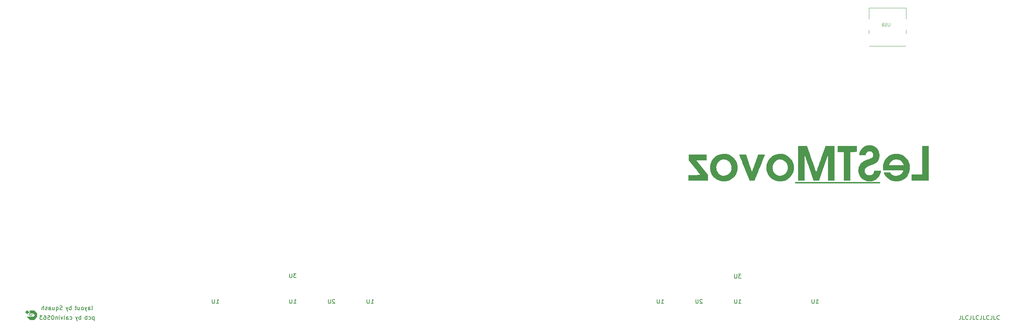
<source format=gbr>
%TF.GenerationSoftware,KiCad,Pcbnew,(7.0.0)*%
%TF.CreationDate,2024-02-23T12:31:37+01:00*%
%TF.ProjectId,LeSTMovoz,4c655354-4d6f-4766-9f7a-2e6b69636164,rev?*%
%TF.SameCoordinates,Original*%
%TF.FileFunction,Legend,Bot*%
%TF.FilePolarity,Positive*%
%FSLAX46Y46*%
G04 Gerber Fmt 4.6, Leading zero omitted, Abs format (unit mm)*
G04 Created by KiCad (PCBNEW (7.0.0)) date 2024-02-23 12:31:37*
%MOMM*%
%LPD*%
G01*
G04 APERTURE LIST*
%ADD10C,0.300000*%
%ADD11C,0.150000*%
%ADD12C,0.125000*%
%ADD13C,0.120000*%
G04 APERTURE END LIST*
D10*
X214312500Y-64293750D02*
X234950000Y-64293750D01*
D11*
X91344642Y-86679880D02*
X90725595Y-86679880D01*
X90725595Y-86679880D02*
X91058928Y-87060833D01*
X91058928Y-87060833D02*
X90916071Y-87060833D01*
X90916071Y-87060833D02*
X90820833Y-87108452D01*
X90820833Y-87108452D02*
X90773214Y-87156071D01*
X90773214Y-87156071D02*
X90725595Y-87251309D01*
X90725595Y-87251309D02*
X90725595Y-87489404D01*
X90725595Y-87489404D02*
X90773214Y-87584642D01*
X90773214Y-87584642D02*
X90820833Y-87632261D01*
X90820833Y-87632261D02*
X90916071Y-87679880D01*
X90916071Y-87679880D02*
X91201785Y-87679880D01*
X91201785Y-87679880D02*
X91297023Y-87632261D01*
X91297023Y-87632261D02*
X91344642Y-87584642D01*
X90297023Y-86679880D02*
X90297023Y-87489404D01*
X90297023Y-87489404D02*
X90249404Y-87584642D01*
X90249404Y-87584642D02*
X90201785Y-87632261D01*
X90201785Y-87632261D02*
X90106547Y-87679880D01*
X90106547Y-87679880D02*
X89916071Y-87679880D01*
X89916071Y-87679880D02*
X89820833Y-87632261D01*
X89820833Y-87632261D02*
X89773214Y-87584642D01*
X89773214Y-87584642D02*
X89725595Y-87489404D01*
X89725595Y-87489404D02*
X89725595Y-86679880D01*
X100822023Y-93125119D02*
X100774404Y-93077500D01*
X100774404Y-93077500D02*
X100679166Y-93029880D01*
X100679166Y-93029880D02*
X100441071Y-93029880D01*
X100441071Y-93029880D02*
X100345833Y-93077500D01*
X100345833Y-93077500D02*
X100298214Y-93125119D01*
X100298214Y-93125119D02*
X100250595Y-93220357D01*
X100250595Y-93220357D02*
X100250595Y-93315595D01*
X100250595Y-93315595D02*
X100298214Y-93458452D01*
X100298214Y-93458452D02*
X100869642Y-94029880D01*
X100869642Y-94029880D02*
X100250595Y-94029880D01*
X99822023Y-93029880D02*
X99822023Y-93839404D01*
X99822023Y-93839404D02*
X99774404Y-93934642D01*
X99774404Y-93934642D02*
X99726785Y-93982261D01*
X99726785Y-93982261D02*
X99631547Y-94029880D01*
X99631547Y-94029880D02*
X99441071Y-94029880D01*
X99441071Y-94029880D02*
X99345833Y-93982261D01*
X99345833Y-93982261D02*
X99298214Y-93934642D01*
X99298214Y-93934642D02*
X99250595Y-93839404D01*
X99250595Y-93839404D02*
X99250595Y-93029880D01*
X109775595Y-94029880D02*
X110347023Y-94029880D01*
X110061309Y-94029880D02*
X110061309Y-93029880D01*
X110061309Y-93029880D02*
X110156547Y-93172738D01*
X110156547Y-93172738D02*
X110251785Y-93267976D01*
X110251785Y-93267976D02*
X110347023Y-93315595D01*
X109347023Y-93029880D02*
X109347023Y-93839404D01*
X109347023Y-93839404D02*
X109299404Y-93934642D01*
X109299404Y-93934642D02*
X109251785Y-93982261D01*
X109251785Y-93982261D02*
X109156547Y-94029880D01*
X109156547Y-94029880D02*
X108966071Y-94029880D01*
X108966071Y-94029880D02*
X108870833Y-93982261D01*
X108870833Y-93982261D02*
X108823214Y-93934642D01*
X108823214Y-93934642D02*
X108775595Y-93839404D01*
X108775595Y-93839404D02*
X108775595Y-93029880D01*
X181213095Y-94029880D02*
X181784523Y-94029880D01*
X181498809Y-94029880D02*
X181498809Y-93029880D01*
X181498809Y-93029880D02*
X181594047Y-93172738D01*
X181594047Y-93172738D02*
X181689285Y-93267976D01*
X181689285Y-93267976D02*
X181784523Y-93315595D01*
X180784523Y-93029880D02*
X180784523Y-93839404D01*
X180784523Y-93839404D02*
X180736904Y-93934642D01*
X180736904Y-93934642D02*
X180689285Y-93982261D01*
X180689285Y-93982261D02*
X180594047Y-94029880D01*
X180594047Y-94029880D02*
X180403571Y-94029880D01*
X180403571Y-94029880D02*
X180308333Y-93982261D01*
X180308333Y-93982261D02*
X180260714Y-93934642D01*
X180260714Y-93934642D02*
X180213095Y-93839404D01*
X180213095Y-93839404D02*
X180213095Y-93029880D01*
X40953572Y-95617380D02*
X41048810Y-95569761D01*
X41048810Y-95569761D02*
X41096429Y-95474523D01*
X41096429Y-95474523D02*
X41096429Y-94617380D01*
X40144048Y-95617380D02*
X40144048Y-95093571D01*
X40144048Y-95093571D02*
X40191667Y-94998333D01*
X40191667Y-94998333D02*
X40286905Y-94950714D01*
X40286905Y-94950714D02*
X40477381Y-94950714D01*
X40477381Y-94950714D02*
X40572619Y-94998333D01*
X40144048Y-95569761D02*
X40239286Y-95617380D01*
X40239286Y-95617380D02*
X40477381Y-95617380D01*
X40477381Y-95617380D02*
X40572619Y-95569761D01*
X40572619Y-95569761D02*
X40620238Y-95474523D01*
X40620238Y-95474523D02*
X40620238Y-95379285D01*
X40620238Y-95379285D02*
X40572619Y-95284047D01*
X40572619Y-95284047D02*
X40477381Y-95236428D01*
X40477381Y-95236428D02*
X40239286Y-95236428D01*
X40239286Y-95236428D02*
X40144048Y-95188809D01*
X39763095Y-94950714D02*
X39525000Y-95617380D01*
X39286905Y-94950714D02*
X39525000Y-95617380D01*
X39525000Y-95617380D02*
X39620238Y-95855476D01*
X39620238Y-95855476D02*
X39667857Y-95903095D01*
X39667857Y-95903095D02*
X39763095Y-95950714D01*
X38763095Y-95617380D02*
X38858333Y-95569761D01*
X38858333Y-95569761D02*
X38905952Y-95522142D01*
X38905952Y-95522142D02*
X38953571Y-95426904D01*
X38953571Y-95426904D02*
X38953571Y-95141190D01*
X38953571Y-95141190D02*
X38905952Y-95045952D01*
X38905952Y-95045952D02*
X38858333Y-94998333D01*
X38858333Y-94998333D02*
X38763095Y-94950714D01*
X38763095Y-94950714D02*
X38620238Y-94950714D01*
X38620238Y-94950714D02*
X38525000Y-94998333D01*
X38525000Y-94998333D02*
X38477381Y-95045952D01*
X38477381Y-95045952D02*
X38429762Y-95141190D01*
X38429762Y-95141190D02*
X38429762Y-95426904D01*
X38429762Y-95426904D02*
X38477381Y-95522142D01*
X38477381Y-95522142D02*
X38525000Y-95569761D01*
X38525000Y-95569761D02*
X38620238Y-95617380D01*
X38620238Y-95617380D02*
X38763095Y-95617380D01*
X37572619Y-94950714D02*
X37572619Y-95617380D01*
X38001190Y-94950714D02*
X38001190Y-95474523D01*
X38001190Y-95474523D02*
X37953571Y-95569761D01*
X37953571Y-95569761D02*
X37858333Y-95617380D01*
X37858333Y-95617380D02*
X37715476Y-95617380D01*
X37715476Y-95617380D02*
X37620238Y-95569761D01*
X37620238Y-95569761D02*
X37572619Y-95522142D01*
X37239285Y-94950714D02*
X36858333Y-94950714D01*
X37096428Y-94617380D02*
X37096428Y-95474523D01*
X37096428Y-95474523D02*
X37048809Y-95569761D01*
X37048809Y-95569761D02*
X36953571Y-95617380D01*
X36953571Y-95617380D02*
X36858333Y-95617380D01*
X35924999Y-95617380D02*
X35924999Y-94617380D01*
X35924999Y-94998333D02*
X35829761Y-94950714D01*
X35829761Y-94950714D02*
X35639285Y-94950714D01*
X35639285Y-94950714D02*
X35544047Y-94998333D01*
X35544047Y-94998333D02*
X35496428Y-95045952D01*
X35496428Y-95045952D02*
X35448809Y-95141190D01*
X35448809Y-95141190D02*
X35448809Y-95426904D01*
X35448809Y-95426904D02*
X35496428Y-95522142D01*
X35496428Y-95522142D02*
X35544047Y-95569761D01*
X35544047Y-95569761D02*
X35639285Y-95617380D01*
X35639285Y-95617380D02*
X35829761Y-95617380D01*
X35829761Y-95617380D02*
X35924999Y-95569761D01*
X35115475Y-94950714D02*
X34877380Y-95617380D01*
X34639285Y-94950714D02*
X34877380Y-95617380D01*
X34877380Y-95617380D02*
X34972618Y-95855476D01*
X34972618Y-95855476D02*
X35020237Y-95903095D01*
X35020237Y-95903095D02*
X35115475Y-95950714D01*
X33705951Y-95569761D02*
X33563094Y-95617380D01*
X33563094Y-95617380D02*
X33324999Y-95617380D01*
X33324999Y-95617380D02*
X33229761Y-95569761D01*
X33229761Y-95569761D02*
X33182142Y-95522142D01*
X33182142Y-95522142D02*
X33134523Y-95426904D01*
X33134523Y-95426904D02*
X33134523Y-95331666D01*
X33134523Y-95331666D02*
X33182142Y-95236428D01*
X33182142Y-95236428D02*
X33229761Y-95188809D01*
X33229761Y-95188809D02*
X33324999Y-95141190D01*
X33324999Y-95141190D02*
X33515475Y-95093571D01*
X33515475Y-95093571D02*
X33610713Y-95045952D01*
X33610713Y-95045952D02*
X33658332Y-94998333D01*
X33658332Y-94998333D02*
X33705951Y-94903095D01*
X33705951Y-94903095D02*
X33705951Y-94807857D01*
X33705951Y-94807857D02*
X33658332Y-94712619D01*
X33658332Y-94712619D02*
X33610713Y-94665000D01*
X33610713Y-94665000D02*
X33515475Y-94617380D01*
X33515475Y-94617380D02*
X33277380Y-94617380D01*
X33277380Y-94617380D02*
X33134523Y-94665000D01*
X32277380Y-94950714D02*
X32277380Y-95950714D01*
X32277380Y-95569761D02*
X32372618Y-95617380D01*
X32372618Y-95617380D02*
X32563094Y-95617380D01*
X32563094Y-95617380D02*
X32658332Y-95569761D01*
X32658332Y-95569761D02*
X32705951Y-95522142D01*
X32705951Y-95522142D02*
X32753570Y-95426904D01*
X32753570Y-95426904D02*
X32753570Y-95141190D01*
X32753570Y-95141190D02*
X32705951Y-95045952D01*
X32705951Y-95045952D02*
X32658332Y-94998333D01*
X32658332Y-94998333D02*
X32563094Y-94950714D01*
X32563094Y-94950714D02*
X32372618Y-94950714D01*
X32372618Y-94950714D02*
X32277380Y-94998333D01*
X31372618Y-94950714D02*
X31372618Y-95617380D01*
X31801189Y-94950714D02*
X31801189Y-95474523D01*
X31801189Y-95474523D02*
X31753570Y-95569761D01*
X31753570Y-95569761D02*
X31658332Y-95617380D01*
X31658332Y-95617380D02*
X31515475Y-95617380D01*
X31515475Y-95617380D02*
X31420237Y-95569761D01*
X31420237Y-95569761D02*
X31372618Y-95522142D01*
X30467856Y-95617380D02*
X30467856Y-95093571D01*
X30467856Y-95093571D02*
X30515475Y-94998333D01*
X30515475Y-94998333D02*
X30610713Y-94950714D01*
X30610713Y-94950714D02*
X30801189Y-94950714D01*
X30801189Y-94950714D02*
X30896427Y-94998333D01*
X30467856Y-95569761D02*
X30563094Y-95617380D01*
X30563094Y-95617380D02*
X30801189Y-95617380D01*
X30801189Y-95617380D02*
X30896427Y-95569761D01*
X30896427Y-95569761D02*
X30944046Y-95474523D01*
X30944046Y-95474523D02*
X30944046Y-95379285D01*
X30944046Y-95379285D02*
X30896427Y-95284047D01*
X30896427Y-95284047D02*
X30801189Y-95236428D01*
X30801189Y-95236428D02*
X30563094Y-95236428D01*
X30563094Y-95236428D02*
X30467856Y-95188809D01*
X30039284Y-95569761D02*
X29944046Y-95617380D01*
X29944046Y-95617380D02*
X29753570Y-95617380D01*
X29753570Y-95617380D02*
X29658332Y-95569761D01*
X29658332Y-95569761D02*
X29610713Y-95474523D01*
X29610713Y-95474523D02*
X29610713Y-95426904D01*
X29610713Y-95426904D02*
X29658332Y-95331666D01*
X29658332Y-95331666D02*
X29753570Y-95284047D01*
X29753570Y-95284047D02*
X29896427Y-95284047D01*
X29896427Y-95284047D02*
X29991665Y-95236428D01*
X29991665Y-95236428D02*
X30039284Y-95141190D01*
X30039284Y-95141190D02*
X30039284Y-95093571D01*
X30039284Y-95093571D02*
X29991665Y-94998333D01*
X29991665Y-94998333D02*
X29896427Y-94950714D01*
X29896427Y-94950714D02*
X29753570Y-94950714D01*
X29753570Y-94950714D02*
X29658332Y-94998333D01*
X29182141Y-95617380D02*
X29182141Y-94617380D01*
X28753570Y-95617380D02*
X28753570Y-95093571D01*
X28753570Y-95093571D02*
X28801189Y-94998333D01*
X28801189Y-94998333D02*
X28896427Y-94950714D01*
X28896427Y-94950714D02*
X29039284Y-94950714D01*
X29039284Y-94950714D02*
X29134522Y-94998333D01*
X29134522Y-94998333D02*
X29182141Y-95045952D01*
D12*
X237483928Y-24925535D02*
X237483928Y-25532678D01*
X237483928Y-25532678D02*
X237448214Y-25604107D01*
X237448214Y-25604107D02*
X237412500Y-25639821D01*
X237412500Y-25639821D02*
X237341071Y-25675535D01*
X237341071Y-25675535D02*
X237198214Y-25675535D01*
X237198214Y-25675535D02*
X237126785Y-25639821D01*
X237126785Y-25639821D02*
X237091071Y-25604107D01*
X237091071Y-25604107D02*
X237055357Y-25532678D01*
X237055357Y-25532678D02*
X237055357Y-24925535D01*
X236733928Y-25639821D02*
X236626786Y-25675535D01*
X236626786Y-25675535D02*
X236448214Y-25675535D01*
X236448214Y-25675535D02*
X236376786Y-25639821D01*
X236376786Y-25639821D02*
X236341071Y-25604107D01*
X236341071Y-25604107D02*
X236305357Y-25532678D01*
X236305357Y-25532678D02*
X236305357Y-25461250D01*
X236305357Y-25461250D02*
X236341071Y-25389821D01*
X236341071Y-25389821D02*
X236376786Y-25354107D01*
X236376786Y-25354107D02*
X236448214Y-25318392D01*
X236448214Y-25318392D02*
X236591071Y-25282678D01*
X236591071Y-25282678D02*
X236662500Y-25246964D01*
X236662500Y-25246964D02*
X236698214Y-25211250D01*
X236698214Y-25211250D02*
X236733928Y-25139821D01*
X236733928Y-25139821D02*
X236733928Y-25068392D01*
X236733928Y-25068392D02*
X236698214Y-24996964D01*
X236698214Y-24996964D02*
X236662500Y-24961250D01*
X236662500Y-24961250D02*
X236591071Y-24925535D01*
X236591071Y-24925535D02*
X236412500Y-24925535D01*
X236412500Y-24925535D02*
X236305357Y-24961250D01*
X235733928Y-25282678D02*
X235626785Y-25318392D01*
X235626785Y-25318392D02*
X235591071Y-25354107D01*
X235591071Y-25354107D02*
X235555357Y-25425535D01*
X235555357Y-25425535D02*
X235555357Y-25532678D01*
X235555357Y-25532678D02*
X235591071Y-25604107D01*
X235591071Y-25604107D02*
X235626785Y-25639821D01*
X235626785Y-25639821D02*
X235698214Y-25675535D01*
X235698214Y-25675535D02*
X235983928Y-25675535D01*
X235983928Y-25675535D02*
X235983928Y-24925535D01*
X235983928Y-24925535D02*
X235733928Y-24925535D01*
X235733928Y-24925535D02*
X235662500Y-24961250D01*
X235662500Y-24961250D02*
X235626785Y-24996964D01*
X235626785Y-24996964D02*
X235591071Y-25068392D01*
X235591071Y-25068392D02*
X235591071Y-25139821D01*
X235591071Y-25139821D02*
X235626785Y-25211250D01*
X235626785Y-25211250D02*
X235662500Y-25246964D01*
X235662500Y-25246964D02*
X235733928Y-25282678D01*
X235733928Y-25282678D02*
X235983928Y-25282678D01*
D11*
X191309523Y-93125119D02*
X191261904Y-93077500D01*
X191261904Y-93077500D02*
X191166666Y-93029880D01*
X191166666Y-93029880D02*
X190928571Y-93029880D01*
X190928571Y-93029880D02*
X190833333Y-93077500D01*
X190833333Y-93077500D02*
X190785714Y-93125119D01*
X190785714Y-93125119D02*
X190738095Y-93220357D01*
X190738095Y-93220357D02*
X190738095Y-93315595D01*
X190738095Y-93315595D02*
X190785714Y-93458452D01*
X190785714Y-93458452D02*
X191357142Y-94029880D01*
X191357142Y-94029880D02*
X190738095Y-94029880D01*
X190309523Y-93029880D02*
X190309523Y-93839404D01*
X190309523Y-93839404D02*
X190261904Y-93934642D01*
X190261904Y-93934642D02*
X190214285Y-93982261D01*
X190214285Y-93982261D02*
X190119047Y-94029880D01*
X190119047Y-94029880D02*
X189928571Y-94029880D01*
X189928571Y-94029880D02*
X189833333Y-93982261D01*
X189833333Y-93982261D02*
X189785714Y-93934642D01*
X189785714Y-93934642D02*
X189738095Y-93839404D01*
X189738095Y-93839404D02*
X189738095Y-93029880D01*
X90725595Y-94029880D02*
X91297023Y-94029880D01*
X91011309Y-94029880D02*
X91011309Y-93029880D01*
X91011309Y-93029880D02*
X91106547Y-93172738D01*
X91106547Y-93172738D02*
X91201785Y-93267976D01*
X91201785Y-93267976D02*
X91297023Y-93315595D01*
X90297023Y-93029880D02*
X90297023Y-93839404D01*
X90297023Y-93839404D02*
X90249404Y-93934642D01*
X90249404Y-93934642D02*
X90201785Y-93982261D01*
X90201785Y-93982261D02*
X90106547Y-94029880D01*
X90106547Y-94029880D02*
X89916071Y-94029880D01*
X89916071Y-94029880D02*
X89820833Y-93982261D01*
X89820833Y-93982261D02*
X89773214Y-93934642D01*
X89773214Y-93934642D02*
X89725595Y-93839404D01*
X89725595Y-93839404D02*
X89725595Y-93029880D01*
X41572619Y-97331964D02*
X41572619Y-98331964D01*
X41572619Y-97379583D02*
X41477381Y-97331964D01*
X41477381Y-97331964D02*
X41286905Y-97331964D01*
X41286905Y-97331964D02*
X41191667Y-97379583D01*
X41191667Y-97379583D02*
X41144048Y-97427202D01*
X41144048Y-97427202D02*
X41096429Y-97522440D01*
X41096429Y-97522440D02*
X41096429Y-97808154D01*
X41096429Y-97808154D02*
X41144048Y-97903392D01*
X41144048Y-97903392D02*
X41191667Y-97951011D01*
X41191667Y-97951011D02*
X41286905Y-97998630D01*
X41286905Y-97998630D02*
X41477381Y-97998630D01*
X41477381Y-97998630D02*
X41572619Y-97951011D01*
X40239286Y-97951011D02*
X40334524Y-97998630D01*
X40334524Y-97998630D02*
X40525000Y-97998630D01*
X40525000Y-97998630D02*
X40620238Y-97951011D01*
X40620238Y-97951011D02*
X40667857Y-97903392D01*
X40667857Y-97903392D02*
X40715476Y-97808154D01*
X40715476Y-97808154D02*
X40715476Y-97522440D01*
X40715476Y-97522440D02*
X40667857Y-97427202D01*
X40667857Y-97427202D02*
X40620238Y-97379583D01*
X40620238Y-97379583D02*
X40525000Y-97331964D01*
X40525000Y-97331964D02*
X40334524Y-97331964D01*
X40334524Y-97331964D02*
X40239286Y-97379583D01*
X39810714Y-97998630D02*
X39810714Y-96998630D01*
X39810714Y-97379583D02*
X39715476Y-97331964D01*
X39715476Y-97331964D02*
X39525000Y-97331964D01*
X39525000Y-97331964D02*
X39429762Y-97379583D01*
X39429762Y-97379583D02*
X39382143Y-97427202D01*
X39382143Y-97427202D02*
X39334524Y-97522440D01*
X39334524Y-97522440D02*
X39334524Y-97808154D01*
X39334524Y-97808154D02*
X39382143Y-97903392D01*
X39382143Y-97903392D02*
X39429762Y-97951011D01*
X39429762Y-97951011D02*
X39525000Y-97998630D01*
X39525000Y-97998630D02*
X39715476Y-97998630D01*
X39715476Y-97998630D02*
X39810714Y-97951011D01*
X38305952Y-97998630D02*
X38305952Y-96998630D01*
X38305952Y-97379583D02*
X38210714Y-97331964D01*
X38210714Y-97331964D02*
X38020238Y-97331964D01*
X38020238Y-97331964D02*
X37925000Y-97379583D01*
X37925000Y-97379583D02*
X37877381Y-97427202D01*
X37877381Y-97427202D02*
X37829762Y-97522440D01*
X37829762Y-97522440D02*
X37829762Y-97808154D01*
X37829762Y-97808154D02*
X37877381Y-97903392D01*
X37877381Y-97903392D02*
X37925000Y-97951011D01*
X37925000Y-97951011D02*
X38020238Y-97998630D01*
X38020238Y-97998630D02*
X38210714Y-97998630D01*
X38210714Y-97998630D02*
X38305952Y-97951011D01*
X37496428Y-97331964D02*
X37258333Y-97998630D01*
X37020238Y-97331964D02*
X37258333Y-97998630D01*
X37258333Y-97998630D02*
X37353571Y-98236726D01*
X37353571Y-98236726D02*
X37401190Y-98284345D01*
X37401190Y-98284345D02*
X37496428Y-98331964D01*
X35610714Y-97951011D02*
X35705952Y-97998630D01*
X35705952Y-97998630D02*
X35896428Y-97998630D01*
X35896428Y-97998630D02*
X35991666Y-97951011D01*
X35991666Y-97951011D02*
X36039285Y-97903392D01*
X36039285Y-97903392D02*
X36086904Y-97808154D01*
X36086904Y-97808154D02*
X36086904Y-97522440D01*
X36086904Y-97522440D02*
X36039285Y-97427202D01*
X36039285Y-97427202D02*
X35991666Y-97379583D01*
X35991666Y-97379583D02*
X35896428Y-97331964D01*
X35896428Y-97331964D02*
X35705952Y-97331964D01*
X35705952Y-97331964D02*
X35610714Y-97379583D01*
X34753571Y-97998630D02*
X34753571Y-97474821D01*
X34753571Y-97474821D02*
X34801190Y-97379583D01*
X34801190Y-97379583D02*
X34896428Y-97331964D01*
X34896428Y-97331964D02*
X35086904Y-97331964D01*
X35086904Y-97331964D02*
X35182142Y-97379583D01*
X34753571Y-97951011D02*
X34848809Y-97998630D01*
X34848809Y-97998630D02*
X35086904Y-97998630D01*
X35086904Y-97998630D02*
X35182142Y-97951011D01*
X35182142Y-97951011D02*
X35229761Y-97855773D01*
X35229761Y-97855773D02*
X35229761Y-97760535D01*
X35229761Y-97760535D02*
X35182142Y-97665297D01*
X35182142Y-97665297D02*
X35086904Y-97617678D01*
X35086904Y-97617678D02*
X34848809Y-97617678D01*
X34848809Y-97617678D02*
X34753571Y-97570059D01*
X34134523Y-97998630D02*
X34229761Y-97951011D01*
X34229761Y-97951011D02*
X34277380Y-97855773D01*
X34277380Y-97855773D02*
X34277380Y-96998630D01*
X33848808Y-97331964D02*
X33610713Y-97998630D01*
X33610713Y-97998630D02*
X33372618Y-97331964D01*
X32991665Y-97998630D02*
X32991665Y-97331964D01*
X32991665Y-96998630D02*
X33039284Y-97046250D01*
X33039284Y-97046250D02*
X32991665Y-97093869D01*
X32991665Y-97093869D02*
X32944046Y-97046250D01*
X32944046Y-97046250D02*
X32991665Y-96998630D01*
X32991665Y-96998630D02*
X32991665Y-97093869D01*
X32515475Y-97331964D02*
X32515475Y-97998630D01*
X32515475Y-97427202D02*
X32467856Y-97379583D01*
X32467856Y-97379583D02*
X32372618Y-97331964D01*
X32372618Y-97331964D02*
X32229761Y-97331964D01*
X32229761Y-97331964D02*
X32134523Y-97379583D01*
X32134523Y-97379583D02*
X32086904Y-97474821D01*
X32086904Y-97474821D02*
X32086904Y-97998630D01*
X31420237Y-96998630D02*
X31324999Y-96998630D01*
X31324999Y-96998630D02*
X31229761Y-97046250D01*
X31229761Y-97046250D02*
X31182142Y-97093869D01*
X31182142Y-97093869D02*
X31134523Y-97189107D01*
X31134523Y-97189107D02*
X31086904Y-97379583D01*
X31086904Y-97379583D02*
X31086904Y-97617678D01*
X31086904Y-97617678D02*
X31134523Y-97808154D01*
X31134523Y-97808154D02*
X31182142Y-97903392D01*
X31182142Y-97903392D02*
X31229761Y-97951011D01*
X31229761Y-97951011D02*
X31324999Y-97998630D01*
X31324999Y-97998630D02*
X31420237Y-97998630D01*
X31420237Y-97998630D02*
X31515475Y-97951011D01*
X31515475Y-97951011D02*
X31563094Y-97903392D01*
X31563094Y-97903392D02*
X31610713Y-97808154D01*
X31610713Y-97808154D02*
X31658332Y-97617678D01*
X31658332Y-97617678D02*
X31658332Y-97379583D01*
X31658332Y-97379583D02*
X31610713Y-97189107D01*
X31610713Y-97189107D02*
X31563094Y-97093869D01*
X31563094Y-97093869D02*
X31515475Y-97046250D01*
X31515475Y-97046250D02*
X31420237Y-96998630D01*
X30182142Y-96998630D02*
X30658332Y-96998630D01*
X30658332Y-96998630D02*
X30705951Y-97474821D01*
X30705951Y-97474821D02*
X30658332Y-97427202D01*
X30658332Y-97427202D02*
X30563094Y-97379583D01*
X30563094Y-97379583D02*
X30324999Y-97379583D01*
X30324999Y-97379583D02*
X30229761Y-97427202D01*
X30229761Y-97427202D02*
X30182142Y-97474821D01*
X30182142Y-97474821D02*
X30134523Y-97570059D01*
X30134523Y-97570059D02*
X30134523Y-97808154D01*
X30134523Y-97808154D02*
X30182142Y-97903392D01*
X30182142Y-97903392D02*
X30229761Y-97951011D01*
X30229761Y-97951011D02*
X30324999Y-97998630D01*
X30324999Y-97998630D02*
X30563094Y-97998630D01*
X30563094Y-97998630D02*
X30658332Y-97951011D01*
X30658332Y-97951011D02*
X30705951Y-97903392D01*
X29277380Y-96998630D02*
X29467856Y-96998630D01*
X29467856Y-96998630D02*
X29563094Y-97046250D01*
X29563094Y-97046250D02*
X29610713Y-97093869D01*
X29610713Y-97093869D02*
X29705951Y-97236726D01*
X29705951Y-97236726D02*
X29753570Y-97427202D01*
X29753570Y-97427202D02*
X29753570Y-97808154D01*
X29753570Y-97808154D02*
X29705951Y-97903392D01*
X29705951Y-97903392D02*
X29658332Y-97951011D01*
X29658332Y-97951011D02*
X29563094Y-97998630D01*
X29563094Y-97998630D02*
X29372618Y-97998630D01*
X29372618Y-97998630D02*
X29277380Y-97951011D01*
X29277380Y-97951011D02*
X29229761Y-97903392D01*
X29229761Y-97903392D02*
X29182142Y-97808154D01*
X29182142Y-97808154D02*
X29182142Y-97570059D01*
X29182142Y-97570059D02*
X29229761Y-97474821D01*
X29229761Y-97474821D02*
X29277380Y-97427202D01*
X29277380Y-97427202D02*
X29372618Y-97379583D01*
X29372618Y-97379583D02*
X29563094Y-97379583D01*
X29563094Y-97379583D02*
X29658332Y-97427202D01*
X29658332Y-97427202D02*
X29705951Y-97474821D01*
X29705951Y-97474821D02*
X29753570Y-97570059D01*
X28848808Y-96998630D02*
X28229761Y-96998630D01*
X28229761Y-96998630D02*
X28563094Y-97379583D01*
X28563094Y-97379583D02*
X28420237Y-97379583D01*
X28420237Y-97379583D02*
X28324999Y-97427202D01*
X28324999Y-97427202D02*
X28277380Y-97474821D01*
X28277380Y-97474821D02*
X28229761Y-97570059D01*
X28229761Y-97570059D02*
X28229761Y-97808154D01*
X28229761Y-97808154D02*
X28277380Y-97903392D01*
X28277380Y-97903392D02*
X28324999Y-97951011D01*
X28324999Y-97951011D02*
X28420237Y-97998630D01*
X28420237Y-97998630D02*
X28705951Y-97998630D01*
X28705951Y-97998630D02*
X28801189Y-97951011D01*
X28801189Y-97951011D02*
X28848808Y-97903392D01*
X219313095Y-94029880D02*
X219884523Y-94029880D01*
X219598809Y-94029880D02*
X219598809Y-93029880D01*
X219598809Y-93029880D02*
X219694047Y-93172738D01*
X219694047Y-93172738D02*
X219789285Y-93267976D01*
X219789285Y-93267976D02*
X219884523Y-93315595D01*
X218884523Y-93029880D02*
X218884523Y-93839404D01*
X218884523Y-93839404D02*
X218836904Y-93934642D01*
X218836904Y-93934642D02*
X218789285Y-93982261D01*
X218789285Y-93982261D02*
X218694047Y-94029880D01*
X218694047Y-94029880D02*
X218503571Y-94029880D01*
X218503571Y-94029880D02*
X218408333Y-93982261D01*
X218408333Y-93982261D02*
X218360714Y-93934642D01*
X218360714Y-93934642D02*
X218313095Y-93839404D01*
X218313095Y-93839404D02*
X218313095Y-93029880D01*
X200263095Y-94029880D02*
X200834523Y-94029880D01*
X200548809Y-94029880D02*
X200548809Y-93029880D01*
X200548809Y-93029880D02*
X200644047Y-93172738D01*
X200644047Y-93172738D02*
X200739285Y-93267976D01*
X200739285Y-93267976D02*
X200834523Y-93315595D01*
X199834523Y-93029880D02*
X199834523Y-93839404D01*
X199834523Y-93839404D02*
X199786904Y-93934642D01*
X199786904Y-93934642D02*
X199739285Y-93982261D01*
X199739285Y-93982261D02*
X199644047Y-94029880D01*
X199644047Y-94029880D02*
X199453571Y-94029880D01*
X199453571Y-94029880D02*
X199358333Y-93982261D01*
X199358333Y-93982261D02*
X199310714Y-93934642D01*
X199310714Y-93934642D02*
X199263095Y-93839404D01*
X199263095Y-93839404D02*
X199263095Y-93029880D01*
X200882141Y-86822203D02*
X200263094Y-86822203D01*
X200263094Y-86822203D02*
X200596427Y-87203156D01*
X200596427Y-87203156D02*
X200453570Y-87203156D01*
X200453570Y-87203156D02*
X200358332Y-87250775D01*
X200358332Y-87250775D02*
X200310713Y-87298394D01*
X200310713Y-87298394D02*
X200263094Y-87393632D01*
X200263094Y-87393632D02*
X200263094Y-87631727D01*
X200263094Y-87631727D02*
X200310713Y-87726965D01*
X200310713Y-87726965D02*
X200358332Y-87774584D01*
X200358332Y-87774584D02*
X200453570Y-87822203D01*
X200453570Y-87822203D02*
X200739284Y-87822203D01*
X200739284Y-87822203D02*
X200834522Y-87774584D01*
X200834522Y-87774584D02*
X200882141Y-87726965D01*
X199834522Y-86822203D02*
X199834522Y-87631727D01*
X199834522Y-87631727D02*
X199786903Y-87726965D01*
X199786903Y-87726965D02*
X199739284Y-87774584D01*
X199739284Y-87774584D02*
X199644046Y-87822203D01*
X199644046Y-87822203D02*
X199453570Y-87822203D01*
X199453570Y-87822203D02*
X199358332Y-87774584D01*
X199358332Y-87774584D02*
X199310713Y-87726965D01*
X199310713Y-87726965D02*
X199263094Y-87631727D01*
X199263094Y-87631727D02*
X199263094Y-86822203D01*
X254937201Y-96998630D02*
X254937201Y-97712916D01*
X254937201Y-97712916D02*
X254889582Y-97855773D01*
X254889582Y-97855773D02*
X254794344Y-97951011D01*
X254794344Y-97951011D02*
X254651487Y-97998630D01*
X254651487Y-97998630D02*
X254556249Y-97998630D01*
X255889582Y-97998630D02*
X255413392Y-97998630D01*
X255413392Y-97998630D02*
X255413392Y-96998630D01*
X256794344Y-97903392D02*
X256746725Y-97951011D01*
X256746725Y-97951011D02*
X256603868Y-97998630D01*
X256603868Y-97998630D02*
X256508630Y-97998630D01*
X256508630Y-97998630D02*
X256365773Y-97951011D01*
X256365773Y-97951011D02*
X256270535Y-97855773D01*
X256270535Y-97855773D02*
X256222916Y-97760535D01*
X256222916Y-97760535D02*
X256175297Y-97570059D01*
X256175297Y-97570059D02*
X256175297Y-97427202D01*
X256175297Y-97427202D02*
X256222916Y-97236726D01*
X256222916Y-97236726D02*
X256270535Y-97141488D01*
X256270535Y-97141488D02*
X256365773Y-97046250D01*
X256365773Y-97046250D02*
X256508630Y-96998630D01*
X256508630Y-96998630D02*
X256603868Y-96998630D01*
X256603868Y-96998630D02*
X256746725Y-97046250D01*
X256746725Y-97046250D02*
X256794344Y-97093869D01*
X257508630Y-96998630D02*
X257508630Y-97712916D01*
X257508630Y-97712916D02*
X257461011Y-97855773D01*
X257461011Y-97855773D02*
X257365773Y-97951011D01*
X257365773Y-97951011D02*
X257222916Y-97998630D01*
X257222916Y-97998630D02*
X257127678Y-97998630D01*
X258461011Y-97998630D02*
X257984821Y-97998630D01*
X257984821Y-97998630D02*
X257984821Y-96998630D01*
X259365773Y-97903392D02*
X259318154Y-97951011D01*
X259318154Y-97951011D02*
X259175297Y-97998630D01*
X259175297Y-97998630D02*
X259080059Y-97998630D01*
X259080059Y-97998630D02*
X258937202Y-97951011D01*
X258937202Y-97951011D02*
X258841964Y-97855773D01*
X258841964Y-97855773D02*
X258794345Y-97760535D01*
X258794345Y-97760535D02*
X258746726Y-97570059D01*
X258746726Y-97570059D02*
X258746726Y-97427202D01*
X258746726Y-97427202D02*
X258794345Y-97236726D01*
X258794345Y-97236726D02*
X258841964Y-97141488D01*
X258841964Y-97141488D02*
X258937202Y-97046250D01*
X258937202Y-97046250D02*
X259080059Y-96998630D01*
X259080059Y-96998630D02*
X259175297Y-96998630D01*
X259175297Y-96998630D02*
X259318154Y-97046250D01*
X259318154Y-97046250D02*
X259365773Y-97093869D01*
X260080059Y-96998630D02*
X260080059Y-97712916D01*
X260080059Y-97712916D02*
X260032440Y-97855773D01*
X260032440Y-97855773D02*
X259937202Y-97951011D01*
X259937202Y-97951011D02*
X259794345Y-97998630D01*
X259794345Y-97998630D02*
X259699107Y-97998630D01*
X261032440Y-97998630D02*
X260556250Y-97998630D01*
X260556250Y-97998630D02*
X260556250Y-96998630D01*
X261937202Y-97903392D02*
X261889583Y-97951011D01*
X261889583Y-97951011D02*
X261746726Y-97998630D01*
X261746726Y-97998630D02*
X261651488Y-97998630D01*
X261651488Y-97998630D02*
X261508631Y-97951011D01*
X261508631Y-97951011D02*
X261413393Y-97855773D01*
X261413393Y-97855773D02*
X261365774Y-97760535D01*
X261365774Y-97760535D02*
X261318155Y-97570059D01*
X261318155Y-97570059D02*
X261318155Y-97427202D01*
X261318155Y-97427202D02*
X261365774Y-97236726D01*
X261365774Y-97236726D02*
X261413393Y-97141488D01*
X261413393Y-97141488D02*
X261508631Y-97046250D01*
X261508631Y-97046250D02*
X261651488Y-96998630D01*
X261651488Y-96998630D02*
X261746726Y-96998630D01*
X261746726Y-96998630D02*
X261889583Y-97046250D01*
X261889583Y-97046250D02*
X261937202Y-97093869D01*
X262651488Y-96998630D02*
X262651488Y-97712916D01*
X262651488Y-97712916D02*
X262603869Y-97855773D01*
X262603869Y-97855773D02*
X262508631Y-97951011D01*
X262508631Y-97951011D02*
X262365774Y-97998630D01*
X262365774Y-97998630D02*
X262270536Y-97998630D01*
X263603869Y-97998630D02*
X263127679Y-97998630D01*
X263127679Y-97998630D02*
X263127679Y-96998630D01*
X264508631Y-97903392D02*
X264461012Y-97951011D01*
X264461012Y-97951011D02*
X264318155Y-97998630D01*
X264318155Y-97998630D02*
X264222917Y-97998630D01*
X264222917Y-97998630D02*
X264080060Y-97951011D01*
X264080060Y-97951011D02*
X263984822Y-97855773D01*
X263984822Y-97855773D02*
X263937203Y-97760535D01*
X263937203Y-97760535D02*
X263889584Y-97570059D01*
X263889584Y-97570059D02*
X263889584Y-97427202D01*
X263889584Y-97427202D02*
X263937203Y-97236726D01*
X263937203Y-97236726D02*
X263984822Y-97141488D01*
X263984822Y-97141488D02*
X264080060Y-97046250D01*
X264080060Y-97046250D02*
X264222917Y-96998630D01*
X264222917Y-96998630D02*
X264318155Y-96998630D01*
X264318155Y-96998630D02*
X264461012Y-97046250D01*
X264461012Y-97046250D02*
X264508631Y-97093869D01*
X71675595Y-94029880D02*
X72247023Y-94029880D01*
X71961309Y-94029880D02*
X71961309Y-93029880D01*
X71961309Y-93029880D02*
X72056547Y-93172738D01*
X72056547Y-93172738D02*
X72151785Y-93267976D01*
X72151785Y-93267976D02*
X72247023Y-93315595D01*
X71247023Y-93029880D02*
X71247023Y-93839404D01*
X71247023Y-93839404D02*
X71199404Y-93934642D01*
X71199404Y-93934642D02*
X71151785Y-93982261D01*
X71151785Y-93982261D02*
X71056547Y-94029880D01*
X71056547Y-94029880D02*
X70866071Y-94029880D01*
X70866071Y-94029880D02*
X70770833Y-93982261D01*
X70770833Y-93982261D02*
X70723214Y-93934642D01*
X70723214Y-93934642D02*
X70675595Y-93839404D01*
X70675595Y-93839404D02*
X70675595Y-93029880D01*
%TO.C,G\u002A\u002A\u002A*%
G36*
X247076850Y-59481770D02*
G01*
X247076850Y-63753588D01*
X244982175Y-63753588D01*
X242887500Y-63753588D01*
X242887500Y-63011380D01*
X242887500Y-62269173D01*
X244190487Y-62269173D01*
X245493474Y-62269173D01*
X245493474Y-58739562D01*
X245493474Y-55209952D01*
X246285162Y-55209952D01*
X247076850Y-55209952D01*
X247076850Y-59481770D01*
G37*
G36*
X229362824Y-55951562D02*
G01*
X229362824Y-56693173D01*
X228579383Y-56702017D01*
X227795941Y-56710861D01*
X227787545Y-60232224D01*
X227779149Y-63753588D01*
X226987610Y-63753588D01*
X226196071Y-63753588D01*
X226196071Y-60223978D01*
X226196071Y-56694367D01*
X225404383Y-56694367D01*
X224612694Y-56694367D01*
X224612694Y-55952160D01*
X224612694Y-55209952D01*
X226987759Y-55209952D01*
X229362824Y-55209952D01*
X229362824Y-55951562D01*
G37*
G36*
X192417370Y-58046835D02*
G01*
X192417370Y-58739562D01*
X191163863Y-58739562D01*
X191117161Y-58739574D01*
X190839973Y-58740134D01*
X190585775Y-58741465D01*
X190361729Y-58743472D01*
X190175000Y-58746059D01*
X190032752Y-58749129D01*
X189942150Y-58752588D01*
X189910357Y-58756339D01*
X189917838Y-58767542D01*
X189961097Y-58825029D01*
X190039972Y-58927423D01*
X190151151Y-59070492D01*
X190291318Y-59249999D01*
X190457159Y-59461709D01*
X190645358Y-59701388D01*
X190852602Y-59964800D01*
X191075576Y-60247711D01*
X191310965Y-60545884D01*
X192711573Y-62318653D01*
X192712913Y-63036121D01*
X192714253Y-63753588D01*
X190289707Y-63753588D01*
X187865162Y-63753588D01*
X187865162Y-63060861D01*
X187865162Y-62368134D01*
X189366071Y-62368134D01*
X189624902Y-62367865D01*
X189915150Y-62366882D01*
X190178707Y-62365255D01*
X190409026Y-62363061D01*
X190599560Y-62360378D01*
X190743762Y-62357285D01*
X190835085Y-62353860D01*
X190866980Y-62350182D01*
X190857827Y-62336539D01*
X190812159Y-62275745D01*
X190731086Y-62170249D01*
X190617899Y-62024265D01*
X190475885Y-61842002D01*
X190308334Y-61627672D01*
X190118535Y-61385488D01*
X189909776Y-61119660D01*
X189685348Y-60834400D01*
X189448539Y-60533919D01*
X188030097Y-58735608D01*
X188030097Y-58044858D01*
X188030097Y-57354108D01*
X190223733Y-57354108D01*
X192417370Y-57354108D01*
X192417370Y-58046835D01*
G37*
G36*
X206104126Y-57354792D02*
G01*
X206333756Y-57356179D01*
X206507071Y-57359316D01*
X206630107Y-57364501D01*
X206708898Y-57372035D01*
X206749482Y-57382215D01*
X206757893Y-57395341D01*
X206751305Y-57411842D01*
X206721861Y-57485085D01*
X206670492Y-57612662D01*
X206598875Y-57790422D01*
X206508681Y-58014214D01*
X206401586Y-58279884D01*
X206279262Y-58583281D01*
X206143385Y-58920253D01*
X205995627Y-59286650D01*
X205837662Y-59678317D01*
X205671165Y-60091105D01*
X205497809Y-60520861D01*
X205386763Y-60796145D01*
X205217092Y-61216792D01*
X205055131Y-61618365D01*
X204902576Y-61996651D01*
X204761126Y-62347441D01*
X204632477Y-62666523D01*
X204518329Y-62949688D01*
X204420377Y-63192724D01*
X204340319Y-63391421D01*
X204279854Y-63541567D01*
X204240678Y-63638953D01*
X204224489Y-63679367D01*
X204220772Y-63688593D01*
X204207323Y-63712370D01*
X204183817Y-63729502D01*
X204140936Y-63741077D01*
X204069360Y-63748184D01*
X203959769Y-63751912D01*
X203802843Y-63753351D01*
X203589263Y-63753588D01*
X202983160Y-63753588D01*
X201704212Y-60595082D01*
X201564258Y-60249440D01*
X201393475Y-59827633D01*
X201230868Y-59425988D01*
X201078094Y-59048603D01*
X200936814Y-58699579D01*
X200808685Y-58383013D01*
X200695368Y-58103004D01*
X200598519Y-57863651D01*
X200519800Y-57669053D01*
X200460867Y-57523309D01*
X200423381Y-57430517D01*
X200409000Y-57394777D01*
X200412172Y-57384470D01*
X200442215Y-57373933D01*
X200507279Y-57366425D01*
X200613548Y-57361701D01*
X200767209Y-57359518D01*
X200974448Y-57359629D01*
X201241450Y-57361790D01*
X202090164Y-57370601D01*
X202810767Y-59477709D01*
X202877227Y-59671938D01*
X202996316Y-60019420D01*
X203108312Y-60345504D01*
X203211438Y-60645058D01*
X203303920Y-60912953D01*
X203383983Y-61144059D01*
X203449850Y-61333243D01*
X203499746Y-61475377D01*
X203531896Y-61565330D01*
X203544524Y-61597971D01*
X203550285Y-61587340D01*
X203576548Y-61522939D01*
X203622193Y-61404581D01*
X203685372Y-61237240D01*
X203764239Y-61025892D01*
X203856948Y-60775513D01*
X203961652Y-60491077D01*
X204076506Y-60177560D01*
X204199663Y-59839937D01*
X204329277Y-59483184D01*
X205100876Y-57355243D01*
X205937328Y-57354675D01*
X206104126Y-57354792D01*
G37*
G36*
X223853993Y-59481325D02*
G01*
X223853993Y-63753588D01*
X223062469Y-63753588D01*
X222270945Y-63753588D01*
X222262534Y-60563241D01*
X222254123Y-57372894D01*
X221165267Y-60554994D01*
X220076410Y-63737095D01*
X219398001Y-63745993D01*
X218719592Y-63754891D01*
X217635628Y-60569170D01*
X217526117Y-60247638D01*
X217379885Y-59819308D01*
X217240353Y-59411753D01*
X217108967Y-59029142D01*
X216987175Y-58675649D01*
X216876422Y-58355443D01*
X216778157Y-58072695D01*
X216693825Y-57831578D01*
X216624874Y-57636262D01*
X216572751Y-57490918D01*
X216538903Y-57399717D01*
X216524777Y-57366831D01*
X216523034Y-57372459D01*
X216519296Y-57430757D01*
X216515736Y-57548560D01*
X216512391Y-57721414D01*
X216509299Y-57944868D01*
X216506498Y-58214470D01*
X216504024Y-58525769D01*
X216501916Y-58874313D01*
X216500211Y-59255650D01*
X216498946Y-59665328D01*
X216498160Y-60098896D01*
X216497889Y-60551901D01*
X216497889Y-63753588D01*
X215706201Y-63753588D01*
X214914513Y-63753588D01*
X214914513Y-59481770D01*
X214914513Y-55209952D01*
X216016048Y-55209952D01*
X216086222Y-55209959D01*
X216372518Y-55210282D01*
X216600950Y-55211327D01*
X216778187Y-55213439D01*
X216910896Y-55216960D01*
X217005745Y-55222231D01*
X217069403Y-55229596D01*
X217108537Y-55239398D01*
X217129815Y-55251978D01*
X217139905Y-55267679D01*
X217144700Y-55280966D01*
X217169497Y-55351321D01*
X217213670Y-55477383D01*
X217275722Y-55654854D01*
X217354152Y-55879438D01*
X217447462Y-56146837D01*
X217554154Y-56452753D01*
X217672727Y-56792890D01*
X217801684Y-57162950D01*
X217939525Y-57558635D01*
X218084751Y-57975648D01*
X218235864Y-58409692D01*
X218315175Y-58637493D01*
X218463963Y-59064620D01*
X218606371Y-59473144D01*
X218740869Y-59858692D01*
X218865930Y-60216894D01*
X218980025Y-60543379D01*
X219081624Y-60833776D01*
X219169200Y-61083713D01*
X219241222Y-61288820D01*
X219296163Y-61444725D01*
X219332494Y-61547059D01*
X219348686Y-61591449D01*
X219358628Y-61613837D01*
X219372571Y-61630360D01*
X219389372Y-61623689D01*
X219412165Y-61587302D01*
X219444079Y-61514679D01*
X219488245Y-61399298D01*
X219547796Y-61234637D01*
X219625862Y-61014176D01*
X219634753Y-60988965D01*
X219688232Y-60837232D01*
X219760879Y-60631010D01*
X219850455Y-60376661D01*
X219954720Y-60080544D01*
X220071435Y-59749022D01*
X220198362Y-59388454D01*
X220333260Y-59005201D01*
X220473890Y-58605624D01*
X220618014Y-58196083D01*
X220763391Y-57782939D01*
X221662930Y-55226445D01*
X222758462Y-55217754D01*
X223853993Y-55209062D01*
X223853993Y-59481325D01*
G37*
G36*
X213903772Y-60478884D02*
G01*
X213909364Y-60578803D01*
X213876360Y-61022761D01*
X213785306Y-61461337D01*
X213635978Y-61888678D01*
X213428151Y-62298933D01*
X213161600Y-62686249D01*
X212894807Y-62983191D01*
X212554156Y-63277431D01*
X212177908Y-63526447D01*
X211775231Y-63725053D01*
X211355289Y-63868064D01*
X210927249Y-63950296D01*
X210528056Y-63974912D01*
X210064681Y-63947620D01*
X209618083Y-63861829D01*
X209192905Y-63720668D01*
X208793793Y-63527263D01*
X208425391Y-63284742D01*
X208092344Y-62996234D01*
X207799298Y-62664865D01*
X207550895Y-62293764D01*
X207351782Y-61886059D01*
X207206604Y-61444876D01*
X207157488Y-61220224D01*
X207104684Y-60767868D01*
X207106395Y-60578080D01*
X208652344Y-60578080D01*
X208665104Y-60818980D01*
X208695130Y-61041468D01*
X208741462Y-61222669D01*
X208834084Y-61448677D01*
X209011633Y-61761129D01*
X209228226Y-62028279D01*
X209479486Y-62245861D01*
X209761034Y-62409610D01*
X210068492Y-62515263D01*
X210177037Y-62537469D01*
X210515986Y-62564117D01*
X210848736Y-62527279D01*
X211168590Y-62428798D01*
X211468845Y-62270520D01*
X211742802Y-62054290D01*
X211790926Y-62007609D01*
X211988998Y-61780487D01*
X212143238Y-61532100D01*
X212267408Y-61241119D01*
X212303970Y-61130634D01*
X212329679Y-61025927D01*
X212345144Y-60913278D01*
X212352976Y-60773357D01*
X212355787Y-60586835D01*
X212355798Y-60478884D01*
X212351482Y-60310006D01*
X212339649Y-60177462D01*
X212318155Y-60061805D01*
X212284857Y-59943588D01*
X212188373Y-59695214D01*
X212020876Y-59399955D01*
X211812565Y-59141381D01*
X211570185Y-58923632D01*
X211300480Y-58750848D01*
X211010194Y-58627167D01*
X210706070Y-58556731D01*
X210394853Y-58543678D01*
X210083286Y-58592149D01*
X209951941Y-58632826D01*
X209663804Y-58768542D01*
X209396659Y-58957521D01*
X209158281Y-59191440D01*
X208956444Y-59461981D01*
X208798923Y-59760820D01*
X208693492Y-60079638D01*
X208682463Y-60132551D01*
X208657810Y-60341645D01*
X208652344Y-60578080D01*
X207106395Y-60578080D01*
X207108810Y-60310332D01*
X207168722Y-59858947D01*
X207283276Y-59425043D01*
X207451330Y-59019952D01*
X207683090Y-58624186D01*
X207961516Y-58265946D01*
X208276628Y-57955342D01*
X208623126Y-57693138D01*
X208995709Y-57480098D01*
X209389078Y-57316987D01*
X209797933Y-57204566D01*
X210216973Y-57143601D01*
X210640900Y-57134856D01*
X211064412Y-57179092D01*
X211482211Y-57277076D01*
X211888995Y-57429570D01*
X212279465Y-57637338D01*
X212648321Y-57901144D01*
X212990263Y-58221752D01*
X213211497Y-58483069D01*
X213465374Y-58866169D01*
X213662323Y-59273144D01*
X213802121Y-59698143D01*
X213884543Y-60135313D01*
X213903772Y-60478884D01*
G37*
G36*
X200049227Y-60478884D02*
G01*
X200054819Y-60578803D01*
X200021815Y-61022761D01*
X199930761Y-61461337D01*
X199781432Y-61888678D01*
X199573605Y-62298933D01*
X199307054Y-62686249D01*
X199040262Y-62983191D01*
X198699610Y-63277431D01*
X198323363Y-63526447D01*
X197920686Y-63725053D01*
X197500744Y-63868064D01*
X197072703Y-63950296D01*
X196673510Y-63974912D01*
X196210136Y-63947620D01*
X195763537Y-63861829D01*
X195338360Y-63720668D01*
X194939248Y-63527263D01*
X194570846Y-63284742D01*
X194237799Y-62996234D01*
X193944752Y-62664865D01*
X193696350Y-62293764D01*
X193497237Y-61886059D01*
X193352058Y-61444876D01*
X193302942Y-61220224D01*
X193250139Y-60767868D01*
X193251850Y-60578080D01*
X194797799Y-60578080D01*
X194810559Y-60818980D01*
X194840585Y-61041468D01*
X194886917Y-61222669D01*
X194979538Y-61448677D01*
X195157087Y-61761129D01*
X195373681Y-62028279D01*
X195624941Y-62245861D01*
X195906489Y-62409610D01*
X196213946Y-62515263D01*
X196322491Y-62537469D01*
X196661440Y-62564117D01*
X196994191Y-62527279D01*
X197314044Y-62428798D01*
X197614299Y-62270520D01*
X197888257Y-62054290D01*
X197936381Y-62007609D01*
X198134453Y-61780487D01*
X198288693Y-61532100D01*
X198412863Y-61241119D01*
X198449425Y-61130634D01*
X198475133Y-61025927D01*
X198490598Y-60913278D01*
X198498431Y-60773357D01*
X198501242Y-60586835D01*
X198501252Y-60478884D01*
X198496936Y-60310006D01*
X198485103Y-60177462D01*
X198463610Y-60061805D01*
X198430311Y-59943588D01*
X198333827Y-59695214D01*
X198166330Y-59399955D01*
X197958020Y-59141381D01*
X197715640Y-58923632D01*
X197445935Y-58750848D01*
X197155649Y-58627167D01*
X196851525Y-58556731D01*
X196540307Y-58543678D01*
X196228741Y-58592149D01*
X196097395Y-58632826D01*
X195809258Y-58768542D01*
X195542113Y-58957521D01*
X195303735Y-59191440D01*
X195101898Y-59461981D01*
X194944377Y-59760820D01*
X194838947Y-60079638D01*
X194827917Y-60132551D01*
X194803265Y-60341645D01*
X194797799Y-60578080D01*
X193251850Y-60578080D01*
X193254264Y-60310332D01*
X193314176Y-59858947D01*
X193428731Y-59425043D01*
X193596785Y-59019952D01*
X193828545Y-58624186D01*
X194106971Y-58265946D01*
X194422083Y-57955342D01*
X194768580Y-57693138D01*
X195141163Y-57480098D01*
X195534532Y-57316987D01*
X195943387Y-57204566D01*
X196362428Y-57143601D01*
X196786355Y-57134856D01*
X197209867Y-57179092D01*
X197627665Y-57277076D01*
X198034449Y-57429570D01*
X198424920Y-57637338D01*
X198793776Y-57901144D01*
X199135718Y-58221752D01*
X199356952Y-58483069D01*
X199610828Y-58866169D01*
X199807778Y-59273144D01*
X199947576Y-59698143D01*
X200029998Y-60135313D01*
X200049227Y-60478884D01*
G37*
G36*
X242424349Y-59993069D02*
G01*
X242442743Y-60085812D01*
X242474481Y-60535165D01*
X242450249Y-60983216D01*
X242370480Y-61423721D01*
X242235604Y-61850434D01*
X242046054Y-62257111D01*
X241802261Y-62637505D01*
X241504658Y-62985373D01*
X241226758Y-63235663D01*
X240853023Y-63493986D01*
X240443503Y-63701883D01*
X240005656Y-63855673D01*
X239546939Y-63951676D01*
X239317648Y-63971936D01*
X238984010Y-63969018D01*
X238637867Y-63934746D01*
X238303558Y-63871788D01*
X238005422Y-63782809D01*
X237674119Y-63636627D01*
X237312825Y-63422969D01*
X236976381Y-63166703D01*
X236673001Y-62875815D01*
X236410897Y-62558289D01*
X236198286Y-62222113D01*
X236043380Y-61875271D01*
X235996141Y-61741380D01*
X236811851Y-61741380D01*
X237627562Y-61741380D01*
X237689878Y-61857095D01*
X237724072Y-61911815D01*
X237830501Y-62040250D01*
X237968324Y-62172775D01*
X238118794Y-62292244D01*
X238263166Y-62381510D01*
X238519667Y-62482534D01*
X238824782Y-62547023D01*
X239144609Y-62564720D01*
X239460595Y-62533274D01*
X239508988Y-62523129D01*
X239740917Y-62446933D01*
X239981160Y-62329372D01*
X240207959Y-62182389D01*
X240399554Y-62017927D01*
X240491542Y-61914067D01*
X240593848Y-61778063D01*
X240689065Y-61633097D01*
X240768206Y-61493910D01*
X240822282Y-61375241D01*
X240842305Y-61291832D01*
X240841777Y-61289589D01*
X240828012Y-61281270D01*
X240792576Y-61273979D01*
X240731443Y-61267629D01*
X240640584Y-61262133D01*
X240515973Y-61257405D01*
X240353580Y-61253358D01*
X240149380Y-61249905D01*
X239899343Y-61246961D01*
X239599444Y-61244438D01*
X239245653Y-61242251D01*
X238833943Y-61240313D01*
X238360287Y-61238537D01*
X235878269Y-61230082D01*
X235838320Y-61015666D01*
X235809971Y-60814623D01*
X235795593Y-60451218D01*
X235820856Y-60072272D01*
X235842023Y-59947063D01*
X237378669Y-59947063D01*
X237380522Y-59952222D01*
X237397927Y-59961692D01*
X237437645Y-59969628D01*
X237504529Y-59976156D01*
X237603429Y-59981403D01*
X237739195Y-59985495D01*
X237916679Y-59988559D01*
X238140732Y-59990722D01*
X238416205Y-59992110D01*
X238747949Y-59992850D01*
X239140815Y-59993069D01*
X240902961Y-59993069D01*
X240869814Y-59869367D01*
X240813723Y-59700148D01*
X240676678Y-59423589D01*
X240495179Y-59167868D01*
X240280387Y-58947722D01*
X240043461Y-58777892D01*
X239904124Y-58709034D01*
X239644690Y-58619934D01*
X239361747Y-58562188D01*
X239079154Y-58541640D01*
X239014217Y-58542580D01*
X238670593Y-58581576D01*
X238357725Y-58676603D01*
X238078868Y-58825994D01*
X237837277Y-59028081D01*
X237636206Y-59281194D01*
X237626762Y-59296137D01*
X237557824Y-59422523D01*
X237490905Y-59570564D01*
X237433645Y-59720505D01*
X237393686Y-59852589D01*
X237378669Y-59947063D01*
X235842023Y-59947063D01*
X235883868Y-59699541D01*
X235982735Y-59354784D01*
X236163061Y-58934736D01*
X236399794Y-58533931D01*
X236680649Y-58178055D01*
X237001584Y-57869607D01*
X237358558Y-57611083D01*
X237747528Y-57404983D01*
X238164453Y-57253803D01*
X238605292Y-57160043D01*
X239066001Y-57126198D01*
X239542540Y-57154769D01*
X239738094Y-57184492D01*
X240166052Y-57290590D01*
X240573820Y-57453061D01*
X240974253Y-57676589D01*
X241036289Y-57718977D01*
X241194058Y-57844111D01*
X241367073Y-57999733D01*
X241539106Y-58170105D01*
X241693928Y-58339493D01*
X241815314Y-58492160D01*
X242007393Y-58792396D01*
X242209631Y-59208183D01*
X242354604Y-59641403D01*
X242424349Y-59993069D01*
G37*
G36*
X232775975Y-55063557D02*
G01*
X232912969Y-55068086D01*
X233019372Y-55077678D01*
X233110157Y-55094068D01*
X233200299Y-55118992D01*
X233304772Y-55154187D01*
X233510275Y-55235466D01*
X233866895Y-55426704D01*
X234179515Y-55663005D01*
X234445564Y-55939559D01*
X234662473Y-56251561D01*
X234827670Y-56594202D01*
X234938585Y-56962676D01*
X234992649Y-57352175D01*
X234987291Y-57757893D01*
X234919940Y-58175021D01*
X234904653Y-58234529D01*
X234791893Y-58532246D01*
X234625246Y-58822713D01*
X234414368Y-59093184D01*
X234168913Y-59330917D01*
X233898539Y-59523165D01*
X233825177Y-59562333D01*
X233688608Y-59627550D01*
X233510855Y-59707316D01*
X233303165Y-59796713D01*
X233076783Y-59890825D01*
X232842954Y-59984733D01*
X232645221Y-60063973D01*
X232422404Y-60156314D01*
X232218824Y-60243839D01*
X232045085Y-60321878D01*
X231911790Y-60385764D01*
X231829542Y-60430829D01*
X231783442Y-60461804D01*
X231589547Y-60635004D01*
X231451697Y-60842414D01*
X231369371Y-61085036D01*
X231342045Y-61363869D01*
X231363801Y-61585535D01*
X231442409Y-61823770D01*
X231572818Y-62030917D01*
X231749224Y-62201564D01*
X231965825Y-62330300D01*
X232216818Y-62411715D01*
X232496402Y-62440396D01*
X232742494Y-62419302D01*
X232994378Y-62342964D01*
X233209108Y-62213364D01*
X233383576Y-62033066D01*
X233514674Y-61804635D01*
X233599291Y-61530635D01*
X233640397Y-61329043D01*
X234475056Y-61320220D01*
X235309715Y-61311397D01*
X235287102Y-61534635D01*
X235223551Y-61900138D01*
X235097394Y-62278886D01*
X234916382Y-62630080D01*
X234684827Y-62949382D01*
X234407043Y-63232454D01*
X234087344Y-63474957D01*
X233730041Y-63672553D01*
X233339449Y-63820904D01*
X232919882Y-63915671D01*
X232858562Y-63923779D01*
X232605139Y-63937154D01*
X232322184Y-63926515D01*
X232034064Y-63893466D01*
X231765149Y-63839614D01*
X231537770Y-63772518D01*
X231151675Y-63609967D01*
X230805519Y-63398579D01*
X230502643Y-63141921D01*
X230246390Y-62843557D01*
X230040104Y-62507052D01*
X229887127Y-62135971D01*
X229790802Y-61733881D01*
X229770920Y-61559772D01*
X229761098Y-61318919D01*
X229765778Y-61063009D01*
X229783966Y-60812089D01*
X229814663Y-60586205D01*
X229856873Y-60405406D01*
X229944703Y-60171711D01*
X230128619Y-59830203D01*
X230365911Y-59517832D01*
X230650113Y-59242655D01*
X230974759Y-59012725D01*
X231085838Y-58951740D01*
X231293062Y-58853345D01*
X231550864Y-58744309D01*
X231851389Y-58627908D01*
X232186782Y-58507416D01*
X232262758Y-58480768D01*
X232444436Y-58414782D01*
X232611070Y-58351326D01*
X232746817Y-58296524D01*
X232835833Y-58256501D01*
X232952584Y-58188833D01*
X233122014Y-58057046D01*
X233256783Y-57909256D01*
X233341918Y-57760146D01*
X233378790Y-57620142D01*
X233397634Y-57430462D01*
X233390675Y-57239379D01*
X233357221Y-57077653D01*
X233325326Y-57003960D01*
X233218686Y-56848703D01*
X233073832Y-56710042D01*
X232908928Y-56607046D01*
X232777670Y-56560243D01*
X232556278Y-56529310D01*
X232326811Y-56545312D01*
X232109274Y-56606163D01*
X231923673Y-56709776D01*
X231911516Y-56719656D01*
X231832725Y-56805817D01*
X231751100Y-56924221D01*
X231678268Y-57054445D01*
X231625856Y-57176066D01*
X231605491Y-57268662D01*
X231601868Y-57319545D01*
X231585150Y-57411835D01*
X231565260Y-57486056D01*
X230760925Y-57486056D01*
X229956591Y-57486056D01*
X229957741Y-57411835D01*
X229957869Y-57407462D01*
X229965286Y-57334016D01*
X229981635Y-57220725D01*
X230003686Y-57090211D01*
X230099946Y-56716378D01*
X230256359Y-56357575D01*
X230471023Y-56029120D01*
X230745159Y-55728773D01*
X230827298Y-55654009D01*
X231084487Y-55456181D01*
X231363973Y-55297931D01*
X231686793Y-55166701D01*
X231752513Y-55144155D01*
X231856155Y-55111322D01*
X231948418Y-55088776D01*
X232044773Y-55074564D01*
X232160688Y-55066732D01*
X232311635Y-55063329D01*
X232513084Y-55062401D01*
X232593415Y-55062353D01*
X232775975Y-55063557D01*
G37*
D13*
%TO.C,J1*%
X232318179Y-21188750D02*
X241508179Y-21188750D01*
X232318179Y-23918750D02*
X232318179Y-21188750D01*
X232318179Y-27518750D02*
X232318179Y-26618750D01*
X232438179Y-30598750D02*
X241388179Y-30598750D01*
X241508179Y-23918750D02*
X241508179Y-21188750D01*
X241508179Y-27518750D02*
X241508179Y-26618750D01*
%TO.C,G\u002A\u002A\u002A*%
G36*
X25860750Y-96809500D02*
G01*
X25746764Y-96923500D01*
X25591764Y-96923500D01*
X25436764Y-96923500D01*
X25550750Y-96809500D01*
X25664737Y-96695500D01*
X25819737Y-96695500D01*
X25974737Y-96695500D01*
X25860750Y-96809500D01*
G37*
G36*
X26252750Y-96923500D02*
G01*
X26024757Y-97151500D01*
X25871254Y-97151500D01*
X25866811Y-97151499D01*
X25842615Y-97151473D01*
X25819669Y-97151412D01*
X25798278Y-97151318D01*
X25778747Y-97151195D01*
X25761383Y-97151045D01*
X25746490Y-97150872D01*
X25734375Y-97150678D01*
X25725343Y-97150467D01*
X25719700Y-97150241D01*
X25717750Y-97150003D01*
X25718433Y-97149204D01*
X25721713Y-97145762D01*
X25727568Y-97139750D01*
X25735850Y-97131318D01*
X25746408Y-97120618D01*
X25759093Y-97107799D01*
X25773755Y-97093014D01*
X25790244Y-97076412D01*
X25808411Y-97058144D01*
X25828105Y-97038362D01*
X25849177Y-97017215D01*
X25871476Y-96994855D01*
X25894855Y-96971433D01*
X25919162Y-96947098D01*
X25944247Y-96922003D01*
X26170744Y-96695500D01*
X26325744Y-96695500D01*
X26480744Y-96695500D01*
X26252750Y-96923500D01*
G37*
G36*
X27176249Y-96138998D02*
G01*
X27567751Y-96530496D01*
X27567751Y-96923496D01*
X27567750Y-97316496D01*
X27176252Y-97707998D01*
X26784754Y-98099500D01*
X26293750Y-98099500D01*
X25802747Y-98099500D01*
X25410750Y-97707500D01*
X25018754Y-97315500D01*
X25802756Y-97315500D01*
X26586758Y-97315500D01*
X26782750Y-97119500D01*
X26978743Y-96923500D01*
X26782750Y-96727500D01*
X26586758Y-96531499D01*
X26003254Y-96531500D01*
X25962545Y-96531496D01*
X25915377Y-96531485D01*
X25869388Y-96531466D01*
X25824734Y-96531440D01*
X25781572Y-96531406D01*
X25740058Y-96531365D01*
X25700349Y-96531318D01*
X25662603Y-96531265D01*
X25626975Y-96531205D01*
X25593623Y-96531140D01*
X25562704Y-96531070D01*
X25534373Y-96530995D01*
X25508789Y-96530916D01*
X25486107Y-96530832D01*
X25466485Y-96530744D01*
X25450078Y-96530653D01*
X25437045Y-96530558D01*
X25427541Y-96530461D01*
X25421724Y-96530361D01*
X25419750Y-96530259D01*
X25421138Y-96527498D01*
X25425080Y-96522318D01*
X25431238Y-96515067D01*
X25439275Y-96506092D01*
X25448854Y-96495738D01*
X25459636Y-96484353D01*
X25471285Y-96472283D01*
X25483463Y-96459875D01*
X25495833Y-96447475D01*
X25508058Y-96435431D01*
X25519799Y-96424088D01*
X25530720Y-96413794D01*
X25540483Y-96404895D01*
X25548750Y-96397737D01*
X25580099Y-96372554D01*
X25630242Y-96336032D01*
X25681861Y-96302976D01*
X25735194Y-96273267D01*
X25790480Y-96246782D01*
X25847960Y-96223403D01*
X25907872Y-96203008D01*
X25970455Y-96185478D01*
X25976380Y-96183955D01*
X25985575Y-96181461D01*
X25992730Y-96179347D01*
X25997229Y-96177800D01*
X25998455Y-96177007D01*
X25996820Y-96176398D01*
X25992094Y-96175075D01*
X25985750Y-96173545D01*
X25979883Y-96172172D01*
X25964958Y-96168392D01*
X25947806Y-96163744D01*
X25929484Y-96158532D01*
X25911054Y-96153062D01*
X25893572Y-96147638D01*
X25878100Y-96142564D01*
X25870024Y-96139783D01*
X25811046Y-96117209D01*
X25753903Y-96091304D01*
X25698851Y-96062203D01*
X25646148Y-96030041D01*
X25596053Y-95994953D01*
X25594256Y-95993605D01*
X25586524Y-95987796D01*
X25580128Y-95982972D01*
X25575692Y-95979604D01*
X25573837Y-95978163D01*
X25574083Y-95977788D01*
X25576592Y-95975017D01*
X25581626Y-95969734D01*
X25588977Y-95962150D01*
X25598438Y-95952477D01*
X25609800Y-95940927D01*
X25622854Y-95927711D01*
X25637393Y-95913041D01*
X25653207Y-95897128D01*
X25670089Y-95880184D01*
X25687831Y-95862419D01*
X25802737Y-95747500D01*
X26293742Y-95747500D01*
X26784747Y-95747500D01*
X27176249Y-96138998D01*
G37*
G36*
X25106856Y-95544521D02*
G01*
X25116026Y-95580058D01*
X25133553Y-95635976D01*
X25154372Y-95689701D01*
X25178538Y-95741358D01*
X25206109Y-95791076D01*
X25237139Y-95838981D01*
X25255093Y-95863732D01*
X25290527Y-95907473D01*
X25328847Y-95948700D01*
X25369833Y-95987259D01*
X25413261Y-96022996D01*
X25458912Y-96055758D01*
X25506564Y-96085390D01*
X25555995Y-96111738D01*
X25606984Y-96134649D01*
X25659310Y-96153970D01*
X25712750Y-96169545D01*
X25715003Y-96170118D01*
X25724460Y-96172604D01*
X25732332Y-96174796D01*
X25737853Y-96176474D01*
X25740256Y-96177418D01*
X25739805Y-96178020D01*
X25736347Y-96179438D01*
X25730248Y-96181294D01*
X25722256Y-96183345D01*
X25704198Y-96187932D01*
X25668578Y-96198512D01*
X25631983Y-96211235D01*
X25595633Y-96225662D01*
X25560750Y-96241354D01*
X25523575Y-96260350D01*
X25474520Y-96289223D01*
X25427706Y-96321270D01*
X25383279Y-96356326D01*
X25341384Y-96394228D01*
X25302165Y-96434813D01*
X25265768Y-96477917D01*
X25232339Y-96523377D01*
X25202021Y-96571029D01*
X25174961Y-96620709D01*
X25151303Y-96672253D01*
X25131192Y-96725500D01*
X25128539Y-96733446D01*
X25125487Y-96742942D01*
X25122524Y-96752670D01*
X25119440Y-96763359D01*
X25116026Y-96775740D01*
X25112070Y-96790544D01*
X25107365Y-96808500D01*
X25106975Y-96809977D01*
X25106189Y-96812425D01*
X25105418Y-96813106D01*
X25104466Y-96811597D01*
X25103133Y-96807476D01*
X25101221Y-96800320D01*
X25098531Y-96789707D01*
X25097502Y-96785722D01*
X25093984Y-96772952D01*
X25089746Y-96758457D01*
X25085231Y-96743735D01*
X25080885Y-96730279D01*
X25066049Y-96689401D01*
X25043392Y-96636999D01*
X25017400Y-96586597D01*
X24988215Y-96538323D01*
X24955978Y-96492311D01*
X24920830Y-96448692D01*
X24882912Y-96407597D01*
X24842364Y-96369157D01*
X24799328Y-96333505D01*
X24753944Y-96300771D01*
X24706354Y-96271087D01*
X24656699Y-96244585D01*
X24605119Y-96221396D01*
X24551756Y-96201652D01*
X24496750Y-96185483D01*
X24490399Y-96183810D01*
X24481425Y-96181279D01*
X24474609Y-96179141D01*
X24470525Y-96177581D01*
X24469750Y-96176784D01*
X24469903Y-96176736D01*
X24473277Y-96175800D01*
X24479594Y-96174139D01*
X24488009Y-96171973D01*
X24497676Y-96169522D01*
X24519599Y-96163634D01*
X24569303Y-96147608D01*
X24618701Y-96128068D01*
X24667168Y-96105319D01*
X24714082Y-96079668D01*
X24758817Y-96051420D01*
X24800750Y-96020882D01*
X24820170Y-96005082D01*
X24844145Y-95984138D01*
X24868126Y-95961753D01*
X24891236Y-95938775D01*
X24912602Y-95916049D01*
X24931348Y-95894424D01*
X24946664Y-95875298D01*
X24980738Y-95828237D01*
X25011411Y-95779111D01*
X25038617Y-95728051D01*
X25062289Y-95675187D01*
X25082361Y-95620648D01*
X25098768Y-95564565D01*
X25099936Y-95560036D01*
X25102335Y-95551106D01*
X25104060Y-95545501D01*
X25105278Y-95542809D01*
X25106155Y-95542619D01*
X25106856Y-95544521D01*
G37*
%TD*%
M02*

</source>
